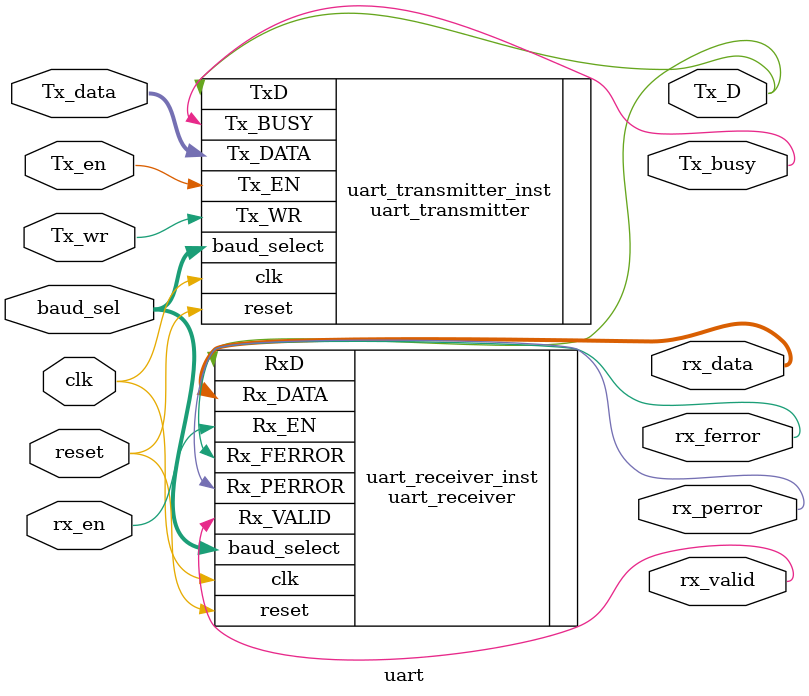
<source format=v>
module uart(reset, clk, Tx_wr, Tx_en, rx_en, Tx_data, baud_sel, Tx_D, Tx_busy, rx_ferror, rx_perror, rx_valid, rx_data);
input reset, clk, Tx_wr, Tx_en, rx_en;
input [7:0] Tx_data;
input [2:0] baud_sel;
output Tx_D;
output Tx_busy;
output rx_ferror, rx_perror, rx_valid;
output [7:0] rx_data;

//instantiation twn duo module pou apoteloun to UART 
uart_transmitter uart_transmitter_inst(.reset(reset), .clk(clk), .Tx_DATA(Tx_data), .baud_select(baud_sel), .Tx_WR(Tx_wr), .Tx_EN(Tx_en), .TxD(Tx_D), .Tx_BUSY(Tx_busy));

uart_receiver uart_receiver_inst(.reset(reset), .clk(clk), .baud_select(baud_sel), .Rx_EN(rx_en), .RxD(Tx_D),  .Rx_DATA(rx_data), .Rx_FERROR(rx_ferror), .Rx_PERROR(rx_perror), .Rx_VALID(rx_valid));

endmodule
</source>
